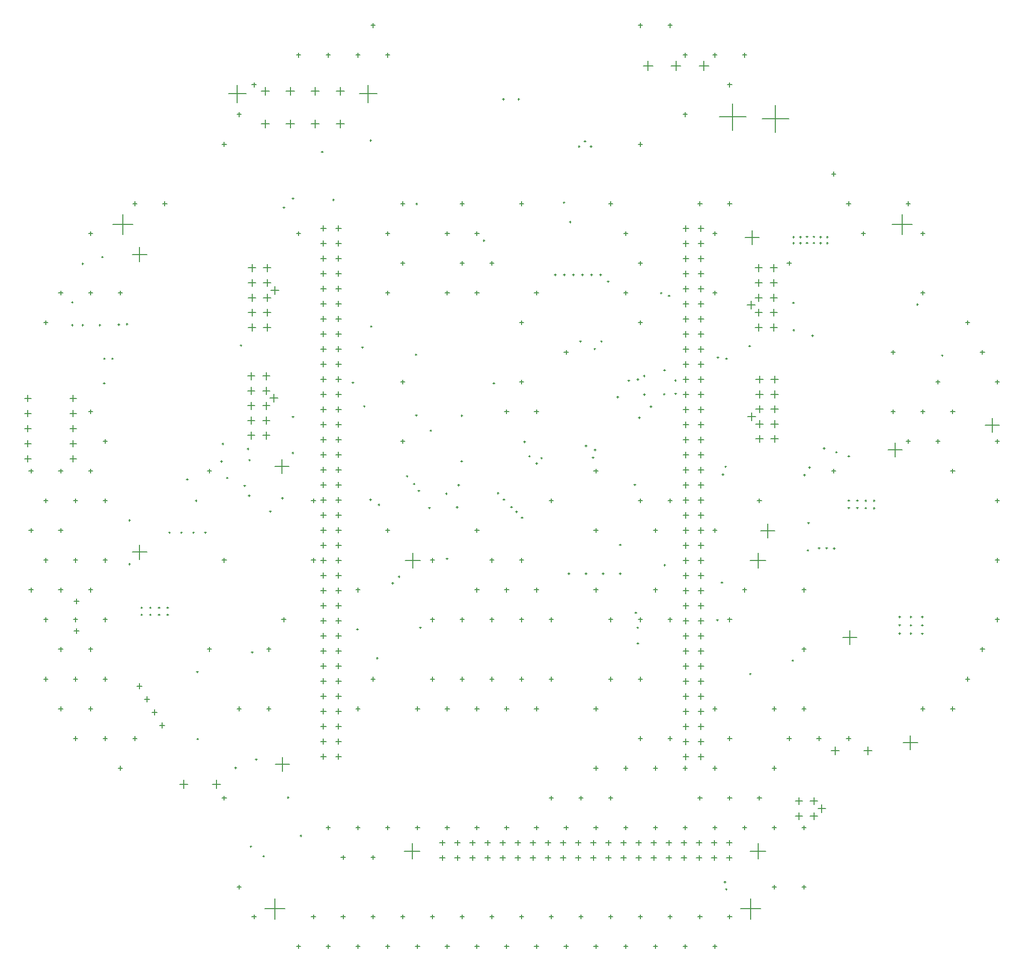
<source format=gbr>
%TF.GenerationSoftware,Altium Limited,Altium Designer,23.6.0 (18)*%
G04 Layer_Color=128*
%FSLAX45Y45*%
%MOMM*%
%TF.SameCoordinates,8B2A78E3-6762-467B-82E4-ABAB87B9FA14*%
%TF.FilePolarity,Positive*%
%TF.FileFunction,Drillmap*%
%TF.Part,Single*%
G01*
G75*
%TA.AperFunction,NonConductor*%
%ADD71C,0.12700*%
D71*
X1801500Y6738000D02*
X2061500D01*
X1931500Y6608000D02*
Y6868000D01*
X7605400Y6738000D02*
X7865400D01*
X7735400Y6608000D02*
Y6868000D01*
X7605400Y1848500D02*
X7865400D01*
X7735400Y1718500D02*
Y1978500D01*
X1788800Y1848500D02*
X2048800D01*
X1918800Y1718500D02*
Y1978500D01*
X7207800Y1734200D02*
X7297800D01*
X7252800Y1689200D02*
Y1779200D01*
X7207800Y1988200D02*
X7297800D01*
X7252800Y1943200D02*
Y2033200D01*
X6953800Y1734200D02*
X7043800D01*
X6998800Y1689200D02*
Y1779200D01*
X6953800Y1988200D02*
X7043800D01*
X6998800Y1943200D02*
Y2033200D01*
X6699800Y1734200D02*
X6789800D01*
X6744800Y1689200D02*
Y1779200D01*
X6699800Y1988200D02*
X6789800D01*
X6744800Y1943200D02*
Y2033200D01*
X6445800Y1734200D02*
X6535800D01*
X6490800Y1689200D02*
Y1779200D01*
X6191800Y1734200D02*
X6281800D01*
X6236800Y1689200D02*
Y1779200D01*
X6191800Y1988200D02*
X6281800D01*
X6236800Y1943200D02*
Y2033200D01*
X5937800Y1734200D02*
X6027800D01*
X5982800Y1689200D02*
Y1779200D01*
X5937800Y1988200D02*
X6027800D01*
X5982800Y1943200D02*
Y2033200D01*
X5683800Y1734200D02*
X5773800D01*
X5728800Y1689200D02*
Y1779200D01*
X5683800Y1988200D02*
X5773800D01*
X5728800Y1943200D02*
Y2033200D01*
X5429800Y1734200D02*
X5519800D01*
X5474800Y1689200D02*
Y1779200D01*
X5429800Y1988200D02*
X5519800D01*
X5474800Y1943200D02*
Y2033200D01*
X5175800Y1734200D02*
X5265800D01*
X5220800Y1689200D02*
Y1779200D01*
X5175800Y1988200D02*
X5265800D01*
X5220800Y1943200D02*
Y2033200D01*
X4921800Y1734200D02*
X5011800D01*
X4966800Y1689200D02*
Y1779200D01*
X4921800Y1988200D02*
X5011800D01*
X4966800Y1943200D02*
Y2033200D01*
X4667800Y1734200D02*
X4757800D01*
X4712800Y1689200D02*
Y1779200D01*
X4667800Y1988200D02*
X4757800D01*
X4712800Y1943200D02*
Y2033200D01*
X4413800Y1734200D02*
X4503800D01*
X4458800Y1689200D02*
Y1779200D01*
X4413800Y1988200D02*
X4503800D01*
X4458800Y1943200D02*
Y2033200D01*
X4159800Y1734200D02*
X4249800D01*
X4204800Y1689200D02*
Y1779200D01*
X4159800Y1988200D02*
X4249800D01*
X4204800Y1943200D02*
Y2033200D01*
X3905800Y1734200D02*
X3995800D01*
X3950800Y1689200D02*
Y1779200D01*
X3905800Y1988200D02*
X3995800D01*
X3950800Y1943200D02*
Y2033200D01*
X3651800Y1734200D02*
X3741800D01*
X3696800Y1689200D02*
Y1779200D01*
X3651800Y1988200D02*
X3741800D01*
X3696800Y1943200D02*
Y2033200D01*
X3397800Y1734200D02*
X3487800D01*
X3442800Y1689200D02*
Y1779200D01*
X3397800Y1988200D02*
X3487800D01*
X3442800Y1943200D02*
Y2033200D01*
X3143800Y1734200D02*
X3233800D01*
X3188800Y1689200D02*
Y1779200D01*
X3143800Y1988200D02*
X3233800D01*
X3188800Y1943200D02*
Y2033200D01*
X2889800Y1734200D02*
X2979800D01*
X2934800Y1689200D02*
Y1779200D01*
X2889800Y1988200D02*
X2979800D01*
X2934800Y1943200D02*
Y2033200D01*
X2635800Y1734200D02*
X2725800D01*
X2680800Y1689200D02*
Y1779200D01*
X2635800Y1988200D02*
X2725800D01*
X2680800Y1943200D02*
Y2033200D01*
X2381800Y1734200D02*
X2471800D01*
X2426800Y1689200D02*
Y1779200D01*
X2381800Y1988200D02*
X2471800D01*
X2426800Y1943200D02*
Y2033200D01*
X6445800Y1988200D02*
X6535800D01*
X6490800Y1943200D02*
Y2033200D01*
X8965000Y3540000D02*
X9105000D01*
X9035000Y3470000D02*
Y3610000D01*
X9515000Y3540000D02*
X9655000D01*
X9585000Y3470000D02*
Y3610000D01*
X-1442500Y2975000D02*
X-1302500D01*
X-1372500Y2905000D02*
Y3045000D01*
X-1992500Y2975000D02*
X-1852500D01*
X-1922500Y2905000D02*
Y3045000D01*
X7805000Y14172501D02*
X8255000D01*
X8030000Y13947501D02*
Y14397501D01*
X7085000Y14203000D02*
X7535000D01*
X7310000Y13978000D02*
Y14428000D01*
X5807500Y15062500D02*
X5967500D01*
X5887500Y14982500D02*
Y15142500D01*
X6277500Y15062500D02*
X6437500D01*
X6357500Y14982500D02*
Y15142500D01*
X6747500Y15062500D02*
X6907500D01*
X6827500Y14982500D02*
Y15142500D01*
X-470000Y9470000D02*
X-335000D01*
X-402500Y9402500D02*
Y9537500D01*
X-849000Y8845000D02*
X-724000D01*
X-786500Y8782500D02*
Y8907500D01*
X-849000Y9095000D02*
X-724000D01*
X-786500Y9032500D02*
Y9157500D01*
X-849000Y9345000D02*
X-724000D01*
X-786500Y9282500D02*
Y9407500D01*
X-849000Y9595000D02*
X-724000D01*
X-786500Y9532500D02*
Y9657500D01*
X-849000Y9845000D02*
X-724000D01*
X-786500Y9782500D02*
Y9907500D01*
X-595000Y8845000D02*
X-470000D01*
X-532500Y8782500D02*
Y8907500D01*
X-595000Y9095000D02*
X-470000D01*
X-532500Y9032500D02*
Y9157500D01*
X-595000Y9345000D02*
X-470000D01*
X-532500Y9282500D02*
Y9407500D01*
X-595000Y9595000D02*
X-470000D01*
X-532500Y9532500D02*
Y9657500D01*
X-595000Y9845000D02*
X-470000D01*
X-532500Y9782500D02*
Y9907500D01*
X-456700Y11287700D02*
X-321700D01*
X-389200Y11220200D02*
Y11355200D01*
X-835700Y10662700D02*
X-710700D01*
X-773200Y10600200D02*
Y10725200D01*
X-835700Y10912700D02*
X-710700D01*
X-773200Y10850200D02*
Y10975200D01*
X-835700Y11162700D02*
X-710700D01*
X-773200Y11100200D02*
Y11225200D01*
X-835700Y11412700D02*
X-710700D01*
X-773200Y11350200D02*
Y11475200D01*
X-835700Y11662700D02*
X-710700D01*
X-773200Y11600200D02*
Y11725200D01*
X-581700Y10662700D02*
X-456700D01*
X-519200Y10600200D02*
Y10725200D01*
X-581700Y10912700D02*
X-456700D01*
X-519200Y10850200D02*
Y10975200D01*
X-581700Y11162700D02*
X-456700D01*
X-519200Y11100200D02*
Y11225200D01*
X-581700Y11412700D02*
X-456700D01*
X-519200Y11350200D02*
Y11475200D01*
X-581700Y11662700D02*
X-456700D01*
X-519200Y11600200D02*
Y11725200D01*
X7563700Y9162100D02*
X7698700D01*
X7631200Y9094600D02*
Y9229600D01*
X7952700Y9787100D02*
X8077700D01*
X8015200Y9724600D02*
Y9849600D01*
X7952700Y9537100D02*
X8077700D01*
X8015200Y9474600D02*
Y9599600D01*
X7952700Y9287100D02*
X8077700D01*
X8015200Y9224600D02*
Y9349600D01*
X7952700Y9037100D02*
X8077700D01*
X8015200Y8974600D02*
Y9099600D01*
X7952700Y8787100D02*
X8077700D01*
X8015200Y8724600D02*
Y8849600D01*
X7698700Y9787100D02*
X7823700D01*
X7761200Y9724600D02*
Y9849600D01*
X7698700Y9537100D02*
X7823700D01*
X7761200Y9474600D02*
Y9599600D01*
X7698700Y9287100D02*
X7823700D01*
X7761200Y9224600D02*
Y9349600D01*
X7698700Y9037100D02*
X7823700D01*
X7761200Y8974600D02*
Y9099600D01*
X7698700Y8787100D02*
X7823700D01*
X7761200Y8724600D02*
Y8849600D01*
X7686000Y10662700D02*
X7811000D01*
X7748500Y10600200D02*
Y10725200D01*
X7686000Y10912700D02*
X7811000D01*
X7748500Y10850200D02*
Y10975200D01*
X7686000Y11162700D02*
X7811000D01*
X7748500Y11100200D02*
Y11225200D01*
X7686000Y11412700D02*
X7811000D01*
X7748500Y11350200D02*
Y11475200D01*
X7686000Y11662700D02*
X7811000D01*
X7748500Y11600200D02*
Y11725200D01*
X7940000Y10662700D02*
X8065000D01*
X8002500Y10600200D02*
Y10725200D01*
X7940000Y10912700D02*
X8065000D01*
X8002500Y10850200D02*
Y10975200D01*
X7940000Y11162700D02*
X8065000D01*
X8002500Y11100200D02*
Y11225200D01*
X7940000Y11412700D02*
X8065000D01*
X8002500Y11350200D02*
Y11475200D01*
X7940000Y11662700D02*
X8065000D01*
X8002500Y11600200D02*
Y11725200D01*
X7551000Y11037700D02*
X7686000D01*
X7618500Y10970200D02*
Y11105200D01*
X-1170000Y14594000D02*
X-870000D01*
X-1020000Y14444000D02*
Y14744000D01*
X-200000Y14089999D02*
X-60000D01*
X-130000Y14020000D02*
Y14160001D01*
X640000Y14089999D02*
X780000D01*
X710000Y14020000D02*
Y14160001D01*
X220000Y14089999D02*
X360000D01*
X290000Y14020000D02*
Y14160001D01*
X-620000Y14089999D02*
X-480000D01*
X-550000Y14020000D02*
Y14160001D01*
X-620000Y14639999D02*
X-480000D01*
X-550000Y14570000D02*
Y14710001D01*
X-200000Y14639999D02*
X-60000D01*
X-130000Y14570000D02*
Y14710001D01*
X640000Y14639999D02*
X780000D01*
X710000Y14570000D02*
Y14710001D01*
X220000Y14639999D02*
X360000D01*
X290000Y14570000D02*
Y14710001D01*
X1030000Y14594000D02*
X1330000D01*
X1180000Y14444000D02*
Y14744000D01*
X8365000Y2440000D02*
X8485000D01*
X8425000Y2380000D02*
Y2500000D01*
X8615000Y2440000D02*
X8735000D01*
X8675000Y2380000D02*
Y2500000D01*
X8365000Y2690000D02*
X8485000D01*
X8425000Y2630000D02*
Y2750000D01*
X8615000Y2690000D02*
X8735000D01*
X8675000Y2630000D02*
Y2750000D01*
X8744000Y2565000D02*
X8874000D01*
X8809000Y2500000D02*
Y2630000D01*
X6727612Y3439272D02*
X6827612D01*
X6777612Y3389272D02*
Y3489271D01*
X6473612Y3439272D02*
X6573612D01*
X6523612Y3389272D02*
Y3489271D01*
X6727612Y3693272D02*
X6827612D01*
X6777612Y3643272D02*
Y3743271D01*
X6473612Y3693272D02*
X6573612D01*
X6523612Y3643272D02*
Y3743271D01*
X6727612Y3947272D02*
X6827612D01*
X6777612Y3897272D02*
Y3997271D01*
X6473612Y3947272D02*
X6573612D01*
X6523612Y3897272D02*
Y3997271D01*
X6727612Y4201272D02*
X6827612D01*
X6777612Y4151272D02*
Y4251271D01*
X6473612Y4201272D02*
X6573612D01*
X6523612Y4151272D02*
Y4251271D01*
X6727612Y4455272D02*
X6827612D01*
X6777612Y4405272D02*
Y4505271D01*
X6473612Y4455272D02*
X6573612D01*
X6523612Y4405272D02*
Y4505271D01*
X6727612Y4709272D02*
X6827612D01*
X6777612Y4659272D02*
Y4759271D01*
X6473612Y4709272D02*
X6573612D01*
X6523612Y4659272D02*
Y4759271D01*
X6727612Y4963272D02*
X6827612D01*
X6777612Y4913272D02*
Y5013271D01*
X6473612Y4963272D02*
X6573612D01*
X6523612Y4913272D02*
Y5013271D01*
X6727612Y5217272D02*
X6827612D01*
X6777612Y5167272D02*
Y5267271D01*
X6473612Y5217272D02*
X6573612D01*
X6523612Y5167272D02*
Y5267271D01*
X6727612Y5471272D02*
X6827612D01*
X6777612Y5421272D02*
Y5521271D01*
X6473612Y5471272D02*
X6573612D01*
X6523612Y5421272D02*
Y5521271D01*
X6727612Y5725272D02*
X6827612D01*
X6777612Y5675272D02*
Y5775271D01*
X6473612Y5725272D02*
X6573612D01*
X6523612Y5675272D02*
Y5775271D01*
X6727612Y5979272D02*
X6827612D01*
X6777612Y5929272D02*
Y6029271D01*
X6473612Y5979272D02*
X6573612D01*
X6523612Y5929272D02*
Y6029271D01*
X6727612Y6233272D02*
X6827612D01*
X6777612Y6183272D02*
Y6283271D01*
X6473612Y6233272D02*
X6573612D01*
X6523612Y6183272D02*
Y6283271D01*
X6727612Y6487272D02*
X6827612D01*
X6777612Y6437272D02*
Y6537271D01*
X6473612Y6487272D02*
X6573612D01*
X6523612Y6437272D02*
Y6537271D01*
X6727612Y6741272D02*
X6827612D01*
X6777612Y6691272D02*
Y6791271D01*
X6473612Y6741272D02*
X6573612D01*
X6523612Y6691272D02*
Y6791271D01*
X6727612Y6995272D02*
X6827612D01*
X6777612Y6945272D02*
Y7045271D01*
X6473612Y6995272D02*
X6573612D01*
X6523612Y6945272D02*
Y7045271D01*
X6727612Y7249272D02*
X6827612D01*
X6777612Y7199272D02*
Y7299271D01*
X6473612Y7249272D02*
X6573612D01*
X6523612Y7199272D02*
Y7299271D01*
X6727612Y7503272D02*
X6827612D01*
X6777612Y7453272D02*
Y7553271D01*
X6473612Y7503272D02*
X6573612D01*
X6523612Y7453272D02*
Y7553271D01*
X6727612Y7757272D02*
X6827612D01*
X6777612Y7707272D02*
Y7807271D01*
X6473612Y7757272D02*
X6573612D01*
X6523612Y7707272D02*
Y7807271D01*
X6727612Y8011272D02*
X6827612D01*
X6777612Y7961272D02*
Y8061271D01*
X6473612Y8011272D02*
X6573612D01*
X6523612Y7961272D02*
Y8061271D01*
X6727612Y8265272D02*
X6827612D01*
X6777612Y8215272D02*
Y8315271D01*
X6473612Y8265272D02*
X6573612D01*
X6523612Y8215272D02*
Y8315271D01*
X6727612Y8519272D02*
X6827612D01*
X6777612Y8469272D02*
Y8569271D01*
X6473612Y8519272D02*
X6573612D01*
X6523612Y8469272D02*
Y8569271D01*
X6727612Y8773272D02*
X6827612D01*
X6777612Y8723272D02*
Y8823271D01*
X6473612Y8773272D02*
X6573612D01*
X6523612Y8723272D02*
Y8823271D01*
X6727612Y9027272D02*
X6827612D01*
X6777612Y8977272D02*
Y9077271D01*
X6473612Y9027272D02*
X6573612D01*
X6523612Y8977272D02*
Y9077271D01*
X6727612Y9281272D02*
X6827612D01*
X6777612Y9231272D02*
Y9331271D01*
X6473612Y9281272D02*
X6573612D01*
X6523612Y9231272D02*
Y9331271D01*
X6727612Y9535272D02*
X6827612D01*
X6777612Y9485272D02*
Y9585271D01*
X6473612Y9535272D02*
X6573612D01*
X6523612Y9485272D02*
Y9585271D01*
X6727612Y9789272D02*
X6827612D01*
X6777612Y9739272D02*
Y9839271D01*
X6473612Y9789272D02*
X6573612D01*
X6523612Y9739272D02*
Y9839271D01*
X6727612Y10043272D02*
X6827612D01*
X6777612Y9993272D02*
Y10093271D01*
X6473612Y10043272D02*
X6573612D01*
X6523612Y9993272D02*
Y10093271D01*
X6727612Y10297272D02*
X6827612D01*
X6777612Y10247272D02*
Y10347271D01*
X6473612Y10297272D02*
X6573612D01*
X6523612Y10247272D02*
Y10347271D01*
X6727612Y10551272D02*
X6827612D01*
X6777612Y10501272D02*
Y10601271D01*
X6473612Y10551272D02*
X6573612D01*
X6523612Y10501272D02*
Y10601271D01*
X6727612Y10805272D02*
X6827612D01*
X6777612Y10755272D02*
Y10855271D01*
X6473612Y10805272D02*
X6573612D01*
X6523612Y10755272D02*
Y10855271D01*
X6727612Y11059272D02*
X6827612D01*
X6777612Y11009272D02*
Y11109271D01*
X6473612Y11059272D02*
X6573612D01*
X6523612Y11009272D02*
Y11109271D01*
X6727612Y11313272D02*
X6827612D01*
X6777612Y11263272D02*
Y11363271D01*
X6473612Y11313272D02*
X6573612D01*
X6523612Y11263272D02*
Y11363271D01*
X6727612Y11567272D02*
X6827612D01*
X6777612Y11517272D02*
Y11617271D01*
X6473612Y11567272D02*
X6573612D01*
X6523612Y11517272D02*
Y11617271D01*
X6727612Y11821272D02*
X6827612D01*
X6777612Y11771272D02*
Y11871271D01*
X6473612Y11821272D02*
X6573612D01*
X6523612Y11771272D02*
Y11871271D01*
X6727612Y12075272D02*
X6827612D01*
X6777612Y12025272D02*
Y12125271D01*
X6473612Y12075272D02*
X6573612D01*
X6523612Y12025272D02*
Y12125271D01*
X631612Y3441273D02*
X731612D01*
X681612Y3391273D02*
Y3491273D01*
X377612Y3441273D02*
X477612D01*
X427612Y3391273D02*
Y3491273D01*
X6727612Y12329272D02*
X6827612D01*
X6777612Y12279272D02*
Y12379271D01*
X6473612Y12329272D02*
X6573612D01*
X6523612Y12279272D02*
Y12379271D01*
X631612Y3695273D02*
X731612D01*
X681612Y3645273D02*
Y3745273D01*
X377612Y3695273D02*
X477612D01*
X427612Y3645273D02*
Y3745273D01*
X631612Y3949273D02*
X731612D01*
X681612Y3899273D02*
Y3999273D01*
X377612Y3949273D02*
X477612D01*
X427612Y3899273D02*
Y3999273D01*
X631612Y4203273D02*
X731612D01*
X681612Y4153273D02*
Y4253273D01*
X377612Y4203273D02*
X477612D01*
X427612Y4153273D02*
Y4253273D01*
X631612Y4457273D02*
X731612D01*
X681612Y4407273D02*
Y4507273D01*
X377612Y4457273D02*
X477612D01*
X427612Y4407273D02*
Y4507273D01*
X631612Y4711273D02*
X731612D01*
X681612Y4661273D02*
Y4761273D01*
X377612Y4711273D02*
X477612D01*
X427612Y4661273D02*
Y4761273D01*
X631612Y4965273D02*
X731612D01*
X681612Y4915273D02*
Y5015273D01*
X377612Y4965273D02*
X477612D01*
X427612Y4915273D02*
Y5015273D01*
X631612Y5219273D02*
X731612D01*
X681612Y5169273D02*
Y5269273D01*
X377612Y5219273D02*
X477612D01*
X427612Y5169273D02*
Y5269273D01*
X631612Y5473273D02*
X731612D01*
X681612Y5423273D02*
Y5523273D01*
X377612Y5473273D02*
X477612D01*
X427612Y5423273D02*
Y5523273D01*
X631612Y5727273D02*
X731612D01*
X681612Y5677273D02*
Y5777273D01*
X377612Y5727273D02*
X477612D01*
X427612Y5677273D02*
Y5777273D01*
X631612Y5981273D02*
X731612D01*
X681612Y5931273D02*
Y6031273D01*
X377612Y5981273D02*
X477612D01*
X427612Y5931273D02*
Y6031273D01*
X631612Y6235273D02*
X731612D01*
X681612Y6185273D02*
Y6285273D01*
X377612Y6235273D02*
X477612D01*
X427612Y6185273D02*
Y6285273D01*
X631612Y6489273D02*
X731612D01*
X681612Y6439273D02*
Y6539273D01*
X377612Y6489273D02*
X477612D01*
X427612Y6439273D02*
Y6539273D01*
X631612Y6743273D02*
X731612D01*
X681612Y6693273D02*
Y6793273D01*
X377612Y6743273D02*
X477612D01*
X427612Y6693273D02*
Y6793273D01*
X631612Y6997273D02*
X731612D01*
X681612Y6947273D02*
Y7047273D01*
X377612Y6997273D02*
X477612D01*
X427612Y6947273D02*
Y7047273D01*
X631612Y7251273D02*
X731612D01*
X681612Y7201273D02*
Y7301273D01*
X377612Y7251273D02*
X477612D01*
X427612Y7201273D02*
Y7301273D01*
X631612Y7505273D02*
X731612D01*
X681612Y7455273D02*
Y7555273D01*
X377612Y7505273D02*
X477612D01*
X427612Y7455273D02*
Y7555273D01*
X631612Y7759273D02*
X731612D01*
X681612Y7709273D02*
Y7809273D01*
X377612Y7759273D02*
X477612D01*
X427612Y7709273D02*
Y7809273D01*
X631612Y8013273D02*
X731612D01*
X681612Y7963273D02*
Y8063273D01*
X377612Y8013273D02*
X477612D01*
X427612Y7963273D02*
Y8063273D01*
X631612Y8267273D02*
X731612D01*
X681612Y8217273D02*
Y8317273D01*
X377612Y8267273D02*
X477612D01*
X427612Y8217273D02*
Y8317273D01*
X631612Y8521273D02*
X731612D01*
X681612Y8471273D02*
Y8571273D01*
X377612Y8521273D02*
X477612D01*
X427612Y8471273D02*
Y8571273D01*
X631612Y8775273D02*
X731612D01*
X681612Y8725273D02*
Y8825273D01*
X377612Y8775273D02*
X477612D01*
X427612Y8725273D02*
Y8825273D01*
X631612Y9029273D02*
X731612D01*
X681612Y8979273D02*
Y9079273D01*
X377612Y9029273D02*
X477612D01*
X427612Y8979273D02*
Y9079273D01*
X631612Y9283273D02*
X731612D01*
X681612Y9233273D02*
Y9333273D01*
X377612Y9283273D02*
X477612D01*
X427612Y9233273D02*
Y9333273D01*
X631612Y9537273D02*
X731612D01*
X681612Y9487273D02*
Y9587273D01*
X377612Y9537273D02*
X477612D01*
X427612Y9487273D02*
Y9587273D01*
X631612Y9791273D02*
X731612D01*
X681612Y9741273D02*
Y9841273D01*
X377612Y9791273D02*
X477612D01*
X427612Y9741273D02*
Y9841273D01*
X631612Y10045273D02*
X731612D01*
X681612Y9995273D02*
Y10095273D01*
X377612Y10045273D02*
X477612D01*
X427612Y9995273D02*
Y10095273D01*
X631612Y10299273D02*
X731612D01*
X681612Y10249273D02*
Y10349273D01*
X377612Y10299273D02*
X477612D01*
X427612Y10249273D02*
Y10349273D01*
X631612Y10553273D02*
X731612D01*
X681612Y10503273D02*
Y10603273D01*
X377612Y10553273D02*
X477612D01*
X427612Y10503273D02*
Y10603273D01*
X631612Y10807273D02*
X731612D01*
X681612Y10757273D02*
Y10857273D01*
X377612Y10807273D02*
X477612D01*
X427612Y10757273D02*
Y10857273D01*
X631612Y11061273D02*
X731612D01*
X681612Y11011273D02*
Y11111273D01*
X377612Y11061273D02*
X477612D01*
X427612Y11011273D02*
Y11111273D01*
X631612Y11315273D02*
X731612D01*
X681612Y11265273D02*
Y11365273D01*
X377612Y11315273D02*
X477612D01*
X427612Y11265273D02*
Y11365273D01*
X631612Y11569273D02*
X731612D01*
X681612Y11519273D02*
Y11619273D01*
X377612Y11569273D02*
X477612D01*
X427612Y11519273D02*
Y11619273D01*
X631612Y11823273D02*
X731612D01*
X681612Y11773273D02*
Y11873273D01*
X377612Y11823273D02*
X477612D01*
X427612Y11773273D02*
Y11873273D01*
X631612Y12077273D02*
X731612D01*
X681612Y12027273D02*
Y12127273D01*
X377612Y12077273D02*
X477612D01*
X427612Y12027273D02*
Y12127273D01*
X631612Y12331273D02*
X731612D01*
X681612Y12281273D02*
Y12381273D01*
X377612Y12331273D02*
X477612D01*
X427612Y12281273D02*
Y12381273D01*
X-3767500Y5555000D02*
X-3682500D01*
X-3725000Y5512500D02*
Y5597500D01*
X-3767500Y6055000D02*
X-3682500D01*
X-3725000Y6012500D02*
Y6097500D01*
X-3833000Y9469500D02*
X-3728000D01*
X-3780500Y9417000D02*
Y9522000D01*
X-3833000Y9215500D02*
X-3728000D01*
X-3780500Y9163000D02*
Y9268000D01*
X-3833000Y8961500D02*
X-3728000D01*
X-3780500Y8909000D02*
Y9014000D01*
X-3833000Y8707500D02*
X-3728000D01*
X-3780500Y8655000D02*
Y8760000D01*
X-3833000Y8453500D02*
X-3728000D01*
X-3780500Y8401000D02*
Y8506000D01*
X-4595000Y8453500D02*
X-4490000D01*
X-4542500Y8401000D02*
Y8506000D01*
X-4595000Y8707500D02*
X-4490000D01*
X-4542500Y8655000D02*
Y8760000D01*
X-4595000Y8961500D02*
X-4490000D01*
X-4542500Y8909000D02*
Y9014000D01*
X-4595000Y9215500D02*
X-4490000D01*
X-4542500Y9163000D02*
Y9268000D01*
X-4595000Y9469500D02*
X-4490000D01*
X-4542500Y9417000D02*
Y9522000D01*
X-2329900Y3965330D02*
X-2239900D01*
X-2284900Y3920330D02*
Y4010330D01*
X-2456900Y4185300D02*
X-2366900D01*
X-2411900Y4140300D02*
Y4230300D01*
X-2583900Y4405271D02*
X-2493900D01*
X-2538900Y4360271D02*
Y4450270D01*
X-2710900Y4625241D02*
X-2620900D01*
X-2665900Y4580241D02*
Y4670241D01*
X11557500Y9017503D02*
X11797500D01*
X11677500Y8897503D02*
Y9137503D01*
X9157500Y5444998D02*
X9397500D01*
X9277500Y5324998D02*
Y5564998D01*
X-2782501Y11889999D02*
X-2542501D01*
X-2662501Y11769999D02*
Y12009999D01*
X-387500Y8319998D02*
X-147500D01*
X-267500Y8199998D02*
Y8439998D01*
X-380002Y3310001D02*
X-140002D01*
X-260002Y3190001D02*
Y3430001D01*
X-2782501Y6880001D02*
X-2542501D01*
X-2662501Y6760001D02*
Y7000001D01*
X7777498Y7240001D02*
X8017498D01*
X7897498Y7120000D02*
Y7360001D01*
X10180003Y3672499D02*
X10420003D01*
X10300003Y3552499D02*
Y3792499D01*
X9919998Y8602502D02*
X10159998D01*
X10039998Y8482502D02*
Y8722502D01*
X7514999Y12172498D02*
X7754999D01*
X7634999Y12052498D02*
Y12292498D01*
X9993213Y12393412D02*
X10333213D01*
X10163213Y12223412D02*
Y12563411D01*
X7440000Y876594D02*
X7780000D01*
X7610000Y706594D02*
Y1046594D01*
X-3113217Y12393412D02*
X-2773217D01*
X-2943217Y12223412D02*
Y12563411D01*
X-559999Y876594D02*
X-219999D01*
X-389999Y706594D02*
Y1046594D01*
X11474441Y10245000D02*
X11545561D01*
X11510001Y10209440D02*
Y10280560D01*
X11724441Y9745000D02*
X11795561D01*
X11760001Y9709440D02*
Y9780560D01*
X11724441Y8745000D02*
X11795561D01*
X11760001Y8709440D02*
Y8780560D01*
X11724441Y7745000D02*
X11795561D01*
X11760001Y7709440D02*
Y7780560D01*
X11724441Y6745000D02*
X11795561D01*
X11760001Y6709440D02*
Y6780560D01*
X11724441Y5745000D02*
X11795561D01*
X11760001Y5709440D02*
Y5780560D01*
X11474441Y5245000D02*
X11545561D01*
X11510001Y5209440D02*
Y5280560D01*
X11224441Y10745000D02*
X11295561D01*
X11260001Y10709440D02*
Y10780560D01*
X10974441Y9245000D02*
X11045561D01*
X11010001Y9209440D02*
Y9280560D01*
X10974441Y8245000D02*
X11045561D01*
X11010001Y8209440D02*
Y8280560D01*
X11224441Y4745000D02*
X11295561D01*
X11260001Y4709440D02*
Y4780560D01*
X10974441Y4245000D02*
X11045561D01*
X11010001Y4209440D02*
Y4280560D01*
X10474441Y12245000D02*
X10545561D01*
X10510001Y12209440D02*
Y12280560D01*
X10474441Y11245000D02*
X10545561D01*
X10510001Y11209440D02*
Y11280560D01*
X10724441Y9745000D02*
X10795561D01*
X10760001Y9709440D02*
Y9780560D01*
X10474441Y9245000D02*
X10545561D01*
X10510001Y9209440D02*
Y9280560D01*
X10724441Y8745000D02*
X10795561D01*
X10760001Y8709440D02*
Y8780560D01*
X10474441Y4245000D02*
X10545561D01*
X10510001Y4209440D02*
Y4280560D01*
X10224441Y12745000D02*
X10295561D01*
X10260001Y12709440D02*
Y12780560D01*
X9974441Y10245000D02*
X10045561D01*
X10010001Y10209440D02*
Y10280560D01*
X9974441Y9245000D02*
X10045561D01*
X10010001Y9209440D02*
Y9280560D01*
X10224441Y8745000D02*
X10295561D01*
X10260001Y8709440D02*
Y8780560D01*
X9474441Y12245000D02*
X9545561D01*
X9510001Y12209440D02*
Y12280560D01*
X8974441Y13245000D02*
X9045561D01*
X9010001Y13209441D02*
Y13280560D01*
X9224441Y12745000D02*
X9295561D01*
X9260001Y12709440D02*
Y12780560D01*
X8974441Y8245000D02*
X9045561D01*
X9010001Y8209440D02*
Y8280560D01*
X9224441Y3745000D02*
X9295561D01*
X9260001Y3709440D02*
Y3780560D01*
X8474441Y6245000D02*
X8545561D01*
X8510001Y6209440D02*
Y6280560D01*
X8474441Y5245000D02*
X8545561D01*
X8510001Y5209440D02*
Y5280560D01*
X8474441Y4245000D02*
X8545561D01*
X8510001Y4209440D02*
Y4280560D01*
X8724441Y3745000D02*
X8795561D01*
X8760001Y3709440D02*
Y3780560D01*
X8474441Y2245000D02*
X8545561D01*
X8510001Y2209440D02*
Y2280560D01*
X8474441Y1245000D02*
X8545561D01*
X8510001Y1209440D02*
Y1280560D01*
X8224440Y11745000D02*
X8295560D01*
X8260000Y11709440D02*
Y11780560D01*
X7974440Y4245000D02*
X8045560D01*
X8010000Y4209440D02*
Y4280560D01*
X8224440Y3745000D02*
X8295560D01*
X8260000Y3709440D02*
Y3780560D01*
X7974440Y3245000D02*
X8045560D01*
X8010000Y3209440D02*
Y3280560D01*
X7974440Y2245000D02*
X8045560D01*
X8010000Y2209440D02*
Y2280560D01*
X7974440Y1245000D02*
X8045560D01*
X8010000Y1209440D02*
Y1280560D01*
X7474440Y15245000D02*
X7545560D01*
X7510000Y15209441D02*
Y15280560D01*
X7724440Y7745000D02*
X7795560D01*
X7760000Y7709440D02*
Y7780560D01*
X7474440Y6245000D02*
X7545560D01*
X7510000Y6209440D02*
Y6280560D01*
X7724440Y2745000D02*
X7795560D01*
X7760000Y2709440D02*
Y2780560D01*
X7474440Y2245000D02*
X7545560D01*
X7510000Y2209440D02*
Y2280560D01*
X6974440Y15245000D02*
X7045560D01*
X7010000Y15209441D02*
Y15280560D01*
X7224440Y14745000D02*
X7295560D01*
X7260000Y14709441D02*
Y14780560D01*
X7224440Y12745000D02*
X7295560D01*
X7260000Y12709440D02*
Y12780560D01*
X6974440Y12245000D02*
X7045560D01*
X7010000Y12209440D02*
Y12280560D01*
X6974440Y11245000D02*
X7045560D01*
X7010000Y11209440D02*
Y11280560D01*
X6974440Y7245000D02*
X7045560D01*
X7010000Y7209440D02*
Y7280560D01*
X7224440Y5745000D02*
X7295560D01*
X7260000Y5709440D02*
Y5780560D01*
X6974440Y4245000D02*
X7045560D01*
X7010000Y4209440D02*
Y4280560D01*
X7224440Y3745000D02*
X7295560D01*
X7260000Y3709440D02*
Y3780560D01*
X6974440Y3245000D02*
X7045560D01*
X7010000Y3209440D02*
Y3280560D01*
X7224440Y2745000D02*
X7295560D01*
X7260000Y2709440D02*
Y2780560D01*
X6974440Y2245000D02*
X7045560D01*
X7010000Y2209440D02*
Y2280560D01*
X7224440Y745000D02*
X7295560D01*
X7260000Y709440D02*
Y780560D01*
X6974440Y245000D02*
X7045560D01*
X7010000Y209440D02*
Y280560D01*
X6474440Y15245000D02*
X6545560D01*
X6510000Y15209441D02*
Y15280560D01*
X6474440Y14245000D02*
X6545560D01*
X6510000Y14209441D02*
Y14280560D01*
X6724440Y12745000D02*
X6795560D01*
X6760000Y12709440D02*
Y12780560D01*
X6474440Y3245000D02*
X6545560D01*
X6510000Y3209440D02*
Y3280560D01*
X6724440Y2745000D02*
X6795560D01*
X6760000Y2709440D02*
Y2780560D01*
X6474440Y2245000D02*
X6545560D01*
X6510000Y2209440D02*
Y2280560D01*
X6724440Y745000D02*
X6795560D01*
X6760000Y709440D02*
Y780560D01*
X6474440Y245000D02*
X6545560D01*
X6510000Y209440D02*
Y280560D01*
X6224440Y15745001D02*
X6295560D01*
X6260000Y15709441D02*
Y15780560D01*
X6224440Y7745000D02*
X6295560D01*
X6260000Y7709440D02*
Y7780560D01*
X5974440Y7245000D02*
X6045560D01*
X6010000Y7209440D02*
Y7280560D01*
X5974440Y6245000D02*
X6045560D01*
X6010000Y6209440D02*
Y6280560D01*
X6224440Y5745000D02*
X6295560D01*
X6260000Y5709440D02*
Y5780560D01*
X6224440Y3745000D02*
X6295560D01*
X6260000Y3709440D02*
Y3780560D01*
X5974440Y3245000D02*
X6045560D01*
X6010000Y3209440D02*
Y3280560D01*
X5974440Y2245000D02*
X6045560D01*
X6010000Y2209440D02*
Y2280560D01*
X6224440Y745000D02*
X6295560D01*
X6260000Y709440D02*
Y780560D01*
X5974440Y245000D02*
X6045560D01*
X6010000Y209440D02*
Y280560D01*
X5724440Y15745001D02*
X5795560D01*
X5760000Y15709441D02*
Y15780560D01*
X5724440Y13745000D02*
X5795560D01*
X5760000Y13709441D02*
Y13780560D01*
X5474440Y12245000D02*
X5545560D01*
X5510000Y12209440D02*
Y12280560D01*
X5724440Y11745000D02*
X5795560D01*
X5760000Y11709440D02*
Y11780560D01*
X5474440Y11245000D02*
X5545560D01*
X5510000Y11209440D02*
Y11280560D01*
X5724440Y10745000D02*
X5795560D01*
X5760000Y10709440D02*
Y10780560D01*
X5724440Y7745000D02*
X5795560D01*
X5760000Y7709440D02*
Y7780560D01*
X5724440Y5745000D02*
X5795560D01*
X5760000Y5709440D02*
Y5780560D01*
X5724440Y4745000D02*
X5795560D01*
X5760000Y4709440D02*
Y4780560D01*
X5724440Y3745000D02*
X5795560D01*
X5760000Y3709440D02*
Y3780560D01*
X5474440Y3245000D02*
X5545560D01*
X5510000Y3209440D02*
Y3280560D01*
X5474440Y2245000D02*
X5545560D01*
X5510000Y2209440D02*
Y2280560D01*
X5724440Y745000D02*
X5795560D01*
X5760000Y709440D02*
Y780560D01*
X5474440Y245000D02*
X5545560D01*
X5510000Y209440D02*
Y280560D01*
X5224440Y12745000D02*
X5295560D01*
X5260000Y12709440D02*
Y12780560D01*
X4974440Y8245000D02*
X5045560D01*
X5010000Y8209440D02*
Y8280560D01*
X4974440Y7245000D02*
X5045560D01*
X5010000Y7209440D02*
Y7280560D01*
X4974440Y6245000D02*
X5045560D01*
X5010000Y6209440D02*
Y6280560D01*
X5224440Y5745000D02*
X5295560D01*
X5260000Y5709440D02*
Y5780560D01*
X5224440Y4745000D02*
X5295560D01*
X5260000Y4709440D02*
Y4780560D01*
X4974440Y4245000D02*
X5045560D01*
X5010000Y4209440D02*
Y4280560D01*
X4974440Y3245000D02*
X5045560D01*
X5010000Y3209440D02*
Y3280560D01*
X5224440Y2745000D02*
X5295560D01*
X5260000Y2709440D02*
Y2780560D01*
X4974440Y2245000D02*
X5045560D01*
X5010000Y2209440D02*
Y2280560D01*
X5224440Y745000D02*
X5295560D01*
X5260000Y709440D02*
Y780560D01*
X4974440Y245000D02*
X5045560D01*
X5010000Y209440D02*
Y280560D01*
X4474440Y10245000D02*
X4545560D01*
X4510000Y10209440D02*
Y10280560D01*
X4724440Y2745000D02*
X4795560D01*
X4760000Y2709440D02*
Y2780560D01*
X4474440Y2245000D02*
X4545560D01*
X4510000Y2209440D02*
Y2280560D01*
X4724440Y745000D02*
X4795560D01*
X4760000Y709440D02*
Y780560D01*
X4474440Y245000D02*
X4545560D01*
X4510000Y209440D02*
Y280560D01*
X3974440Y11245000D02*
X4045560D01*
X4010000Y11209440D02*
Y11280560D01*
X3974440Y9245000D02*
X4045560D01*
X4010000Y9209440D02*
Y9280560D01*
X4224440Y7745000D02*
X4295560D01*
X4260000Y7709440D02*
Y7780560D01*
X3974440Y6245000D02*
X4045560D01*
X4010000Y6209440D02*
Y6280560D01*
X4224440Y5745000D02*
X4295560D01*
X4260000Y5709440D02*
Y5780560D01*
X4224440Y4745000D02*
X4295560D01*
X4260000Y4709440D02*
Y4780560D01*
X3974440Y4245000D02*
X4045560D01*
X4010000Y4209440D02*
Y4280560D01*
X4224440Y2745000D02*
X4295560D01*
X4260000Y2709440D02*
Y2780560D01*
X3974440Y2245000D02*
X4045560D01*
X4010000Y2209440D02*
Y2280560D01*
X4224440Y745000D02*
X4295560D01*
X4260000Y709440D02*
Y780560D01*
X3974440Y245000D02*
X4045560D01*
X4010000Y209440D02*
Y280560D01*
X3724440Y12745000D02*
X3795560D01*
X3760000Y12709440D02*
Y12780560D01*
X3724440Y10745000D02*
X3795560D01*
X3760000Y10709440D02*
Y10780560D01*
X3724440Y9745000D02*
X3795560D01*
X3760000Y9709440D02*
Y9780560D01*
X3474440Y9245000D02*
X3545560D01*
X3510000Y9209440D02*
Y9280560D01*
X3724440Y6745000D02*
X3795560D01*
X3760000Y6709440D02*
Y6780560D01*
X3474440Y6245000D02*
X3545560D01*
X3510000Y6209440D02*
Y6280560D01*
X3724440Y5745000D02*
X3795560D01*
X3760000Y5709440D02*
Y5780560D01*
X3724440Y4745000D02*
X3795560D01*
X3760000Y4709440D02*
Y4780560D01*
X3474440Y4245000D02*
X3545560D01*
X3510000Y4209440D02*
Y4280560D01*
X3474440Y2245000D02*
X3545560D01*
X3510000Y2209440D02*
Y2280560D01*
X3724440Y745000D02*
X3795560D01*
X3760000Y709440D02*
Y780560D01*
X3474440Y245000D02*
X3545560D01*
X3510000Y209440D02*
Y280560D01*
X2974440Y12245000D02*
X3045560D01*
X3010000Y12209440D02*
Y12280560D01*
X3224440Y11745000D02*
X3295560D01*
X3260000Y11709440D02*
Y11780560D01*
X2974440Y11245000D02*
X3045560D01*
X3010000Y11209440D02*
Y11280560D01*
X2974440Y7245000D02*
X3045560D01*
X3010000Y7209440D02*
Y7280560D01*
X3224440Y6745000D02*
X3295560D01*
X3260000Y6709440D02*
Y6780560D01*
X2974440Y6245000D02*
X3045560D01*
X3010000Y6209440D02*
Y6280560D01*
X3224440Y5745000D02*
X3295560D01*
X3260000Y5709440D02*
Y5780560D01*
X3224440Y4745000D02*
X3295560D01*
X3260000Y4709440D02*
Y4780560D01*
X2974440Y4245000D02*
X3045560D01*
X3010000Y4209440D02*
Y4280560D01*
X2974440Y2245000D02*
X3045560D01*
X3010000Y2209440D02*
Y2280560D01*
X3224440Y745000D02*
X3295560D01*
X3260000Y709440D02*
Y780560D01*
X2974440Y245000D02*
X3045560D01*
X3010000Y209440D02*
Y280560D01*
X2724440Y12745000D02*
X2795560D01*
X2760000Y12709440D02*
Y12780560D01*
X2474440Y12245000D02*
X2545560D01*
X2510000Y12209440D02*
Y12280560D01*
X2724440Y11745000D02*
X2795560D01*
X2760000Y11709440D02*
Y11780560D01*
X2474440Y11245000D02*
X2545560D01*
X2510000Y11209440D02*
Y11280560D01*
X2724440Y5745000D02*
X2795560D01*
X2760000Y5709440D02*
Y5780560D01*
X2724440Y4745000D02*
X2795560D01*
X2760000Y4709440D02*
Y4780560D01*
X2474440Y4245000D02*
X2545560D01*
X2510000Y4209440D02*
Y4280560D01*
X2474440Y2245000D02*
X2545560D01*
X2510000Y2209440D02*
Y2280560D01*
X2724440Y745000D02*
X2795560D01*
X2760000Y709440D02*
Y780560D01*
X2474440Y245000D02*
X2545560D01*
X2510000Y209440D02*
Y280560D01*
X2224440Y6745000D02*
X2295560D01*
X2260000Y6709440D02*
Y6780560D01*
X2224440Y5745000D02*
X2295560D01*
X2260000Y5709440D02*
Y5780560D01*
X2224440Y4745000D02*
X2295560D01*
X2260000Y4709440D02*
Y4780560D01*
X1974440Y4245000D02*
X2045560D01*
X2010000Y4209440D02*
Y4280560D01*
X1974440Y2245000D02*
X2045560D01*
X2010000Y2209440D02*
Y2280560D01*
X2224440Y745000D02*
X2295560D01*
X2260000Y709440D02*
Y780560D01*
X1974440Y245000D02*
X2045560D01*
X2010000Y209440D02*
Y280560D01*
X1474440Y15245000D02*
X1545560D01*
X1510000Y15209441D02*
Y15280560D01*
X1724440Y12745000D02*
X1795560D01*
X1760000Y12709440D02*
Y12780560D01*
X1474440Y12245000D02*
X1545560D01*
X1510000Y12209440D02*
Y12280560D01*
X1724440Y11745000D02*
X1795560D01*
X1760000Y11709440D02*
Y11780560D01*
X1474440Y11245000D02*
X1545560D01*
X1510000Y11209440D02*
Y11280560D01*
X1724440Y9745000D02*
X1795560D01*
X1760000Y9709440D02*
Y9780560D01*
X1724440Y8745000D02*
X1795560D01*
X1760000Y8709440D02*
Y8780560D01*
X1474440Y7245000D02*
X1545560D01*
X1510000Y7209440D02*
Y7280560D01*
X1474440Y2245000D02*
X1545560D01*
X1510000Y2209440D02*
Y2280560D01*
X1724440Y745000D02*
X1795560D01*
X1760000Y709440D02*
Y780560D01*
X1474440Y245000D02*
X1545560D01*
X1510000Y209440D02*
Y280560D01*
X1224440Y15745001D02*
X1295560D01*
X1260000Y15709441D02*
Y15780560D01*
X974440Y15245000D02*
X1045560D01*
X1010000Y15209441D02*
Y15280560D01*
X974440Y6245000D02*
X1045560D01*
X1010000Y6209440D02*
Y6280560D01*
X1224440Y4745000D02*
X1295560D01*
X1260000Y4709440D02*
Y4780560D01*
X974440Y4245000D02*
X1045560D01*
X1010000Y4209440D02*
Y4280560D01*
X974440Y2245000D02*
X1045560D01*
X1010000Y2209440D02*
Y2280560D01*
X1224440Y1745000D02*
X1295560D01*
X1260000Y1709440D02*
Y1780560D01*
X1224440Y745000D02*
X1295560D01*
X1260000Y709440D02*
Y780560D01*
X974440Y245000D02*
X1045560D01*
X1010000Y209440D02*
Y280560D01*
X474440Y15245000D02*
X545560D01*
X510000Y15209441D02*
Y15280560D01*
X474440Y2245000D02*
X545560D01*
X510000Y2209440D02*
Y2280560D01*
X724440Y1745000D02*
X795560D01*
X760000Y1709440D02*
Y1780560D01*
X724440Y745000D02*
X795560D01*
X760000Y709440D02*
Y780560D01*
X474440Y245000D02*
X545560D01*
X510000Y209440D02*
Y280560D01*
X-25560Y15245000D02*
X45560D01*
X10000Y15209441D02*
Y15280560D01*
X-25560Y12245000D02*
X45560D01*
X10000Y12209440D02*
Y12280560D01*
X224440Y7745000D02*
X295560D01*
X260000Y7709440D02*
Y7780560D01*
X224440Y6745000D02*
X295560D01*
X260000Y6709440D02*
Y6780560D01*
X224440Y745000D02*
X295560D01*
X260000Y709440D02*
Y780560D01*
X-25560Y245000D02*
X45560D01*
X10000Y209440D02*
Y280560D01*
X-275560Y5745000D02*
X-204440D01*
X-240000Y5709440D02*
Y5780560D01*
X-525560Y5245000D02*
X-454440D01*
X-490000Y5209440D02*
Y5280560D01*
X-525560Y4245000D02*
X-454440D01*
X-490000Y4209440D02*
Y4280560D01*
X-775560Y14745000D02*
X-704440D01*
X-740000Y14709441D02*
Y14780560D01*
X-1025560Y14245000D02*
X-954440D01*
X-990000Y14209441D02*
Y14280560D01*
X-1025560Y4245000D02*
X-954440D01*
X-990000Y4209440D02*
Y4280560D01*
X-1025560Y1245000D02*
X-954440D01*
X-990000Y1209440D02*
Y1280560D01*
X-775560Y745000D02*
X-704440D01*
X-740000Y709440D02*
Y780560D01*
X-1275560Y13745000D02*
X-1204440D01*
X-1240000Y13709441D02*
Y13780560D01*
X-1525560Y8245000D02*
X-1454440D01*
X-1490000Y8209440D02*
Y8280560D01*
X-1275560Y6745000D02*
X-1204440D01*
X-1240000Y6709440D02*
Y6780560D01*
X-1525560Y5245000D02*
X-1454440D01*
X-1490000Y5209440D02*
Y5280560D01*
X-1275560Y2745000D02*
X-1204440D01*
X-1240000Y2709440D02*
Y2780560D01*
X-2275560Y12745000D02*
X-2204440D01*
X-2240000Y12709440D02*
Y12780560D01*
X-2775560Y12745000D02*
X-2704440D01*
X-2740000Y12709440D02*
Y12780560D01*
X-3025560Y11245000D02*
X-2954440D01*
X-2990000Y11209440D02*
Y11280560D01*
X-2775560Y3745000D02*
X-2704440D01*
X-2740000Y3709440D02*
Y3780560D01*
X-3025560Y3245000D02*
X-2954440D01*
X-2990000Y3209440D02*
Y3280560D01*
X-3525560Y12245000D02*
X-3454440D01*
X-3490000Y12209440D02*
Y12280560D01*
X-3525560Y11245000D02*
X-3454440D01*
X-3490000Y11209440D02*
Y11280560D01*
X-3525560Y9245000D02*
X-3454440D01*
X-3490000Y9209440D02*
Y9280560D01*
X-3275560Y8745000D02*
X-3204440D01*
X-3240000Y8709440D02*
Y8780560D01*
X-3525560Y8245000D02*
X-3454440D01*
X-3490000Y8209440D02*
Y8280560D01*
X-3275560Y7745000D02*
X-3204440D01*
X-3240000Y7709440D02*
Y7780560D01*
X-3275560Y6745000D02*
X-3204440D01*
X-3240000Y6709440D02*
Y6780560D01*
X-3525560Y6245000D02*
X-3454440D01*
X-3490000Y6209440D02*
Y6280560D01*
X-3275560Y5745000D02*
X-3204440D01*
X-3240000Y5709440D02*
Y5780560D01*
X-3525560Y5245000D02*
X-3454440D01*
X-3490000Y5209440D02*
Y5280560D01*
X-3275560Y4745000D02*
X-3204440D01*
X-3240000Y4709440D02*
Y4780560D01*
X-3525560Y4245000D02*
X-3454440D01*
X-3490000Y4209440D02*
Y4280560D01*
X-3275560Y3745000D02*
X-3204440D01*
X-3240000Y3709440D02*
Y3780560D01*
X-4025560Y11245000D02*
X-3954440D01*
X-3990000Y11209440D02*
Y11280560D01*
X-4025560Y8245000D02*
X-3954440D01*
X-3990000Y8209440D02*
Y8280560D01*
X-3775560Y7745000D02*
X-3704440D01*
X-3740000Y7709440D02*
Y7780560D01*
X-4025560Y7245000D02*
X-3954440D01*
X-3990000Y7209440D02*
Y7280560D01*
X-3775560Y6745000D02*
X-3704440D01*
X-3740000Y6709440D02*
Y6780560D01*
X-4025560Y6245000D02*
X-3954440D01*
X-3990000Y6209440D02*
Y6280560D01*
X-3775560Y5745000D02*
X-3704440D01*
X-3740000Y5709440D02*
Y5780560D01*
X-4025560Y5245000D02*
X-3954440D01*
X-3990000Y5209440D02*
Y5280560D01*
X-3775560Y4745000D02*
X-3704440D01*
X-3740000Y4709440D02*
Y4780560D01*
X-4025560Y4245000D02*
X-3954440D01*
X-3990000Y4209440D02*
Y4280560D01*
X-3775560Y3745000D02*
X-3704440D01*
X-3740000Y3709440D02*
Y3780560D01*
X-4275560Y10745000D02*
X-4204440D01*
X-4240000Y10709440D02*
Y10780560D01*
X-4525560Y8245000D02*
X-4454440D01*
X-4490000Y8209440D02*
Y8280560D01*
X-4275560Y7745000D02*
X-4204440D01*
X-4240000Y7709440D02*
Y7780560D01*
X-4525560Y7245000D02*
X-4454440D01*
X-4490000Y7209440D02*
Y7280560D01*
X-4275560Y6745000D02*
X-4204440D01*
X-4240000Y6709440D02*
Y6780560D01*
X-4525560Y6245000D02*
X-4454440D01*
X-4490000Y6209440D02*
Y6280560D01*
X-4275560Y5745000D02*
X-4204440D01*
X-4240000Y5709440D02*
Y5780560D01*
X-4275560Y4745000D02*
X-4204440D01*
X-4240000Y4709440D02*
Y4780560D01*
X3697500Y14502499D02*
X3727500D01*
X3712500Y14487500D02*
Y14517500D01*
X3442100Y14503731D02*
X3472100D01*
X3457100Y14488731D02*
Y14518732D01*
X-2847900Y7417100D02*
X-2817900D01*
X-2832900Y7402100D02*
Y7432100D01*
X-274566Y7787934D02*
X-244566D01*
X-259566Y7772934D02*
Y7802934D01*
X-102500Y8550000D02*
X-72500D01*
X-87500Y8535000D02*
Y8565000D01*
X7190000Y10137900D02*
X7220000D01*
X7205000Y10122900D02*
Y10152900D01*
X7049184Y10155816D02*
X7079184D01*
X7064184Y10140816D02*
Y10170816D01*
X7177500Y8320000D02*
X7207500D01*
X7192500Y8305000D02*
Y8335000D01*
X-2645000Y5827500D02*
X-2615000D01*
X-2630000Y5812500D02*
Y5842500D01*
X-2645000Y5947500D02*
X-2615000D01*
X-2630000Y5932500D02*
Y5962500D01*
X-2353334Y5947500D02*
X-2323334D01*
X-2338334Y5932500D02*
Y5962500D01*
X-2207501Y5947500D02*
X-2177501D01*
X-2192501Y5932500D02*
Y5962500D01*
X-2499167Y5947500D02*
X-2469167D01*
X-2484167Y5932500D02*
Y5962500D01*
X-2499167Y5827500D02*
X-2469167D01*
X-2484167Y5812500D02*
Y5842500D01*
X10482499Y5650000D02*
X10512499D01*
X10497499Y5635000D02*
Y5665000D01*
X10105000Y5652500D02*
X10135000D01*
X10120000Y5637500D02*
Y5667500D01*
X8835000Y8625000D02*
X8865000D01*
X8850000Y8610000D02*
Y8640000D01*
X9040000Y8562500D02*
X9070000D01*
X9055000Y8547500D02*
Y8577500D01*
X9247500Y8495000D02*
X9277500D01*
X9262500Y8480000D02*
Y8510000D01*
X-807500Y1927500D02*
X-777500D01*
X-792500Y1912500D02*
Y1942500D01*
X-593958Y1764895D02*
X-563958D01*
X-578958Y1749895D02*
Y1779895D01*
X-180000Y2750000D02*
X-150000D01*
X-165000Y2735000D02*
Y2765000D01*
X-715000Y3392500D02*
X-685000D01*
X-700000Y3377500D02*
Y3407500D01*
X4460000Y12765000D02*
X4490000D01*
X4475000Y12750000D02*
Y12780000D01*
X1070400Y10325000D02*
X1100400D01*
X1085400Y10310000D02*
Y10340000D01*
X-2847500Y6680000D02*
X-2817500D01*
X-2832500Y6665000D02*
Y6695000D01*
X4770000Y11550000D02*
X4800000D01*
X4785000Y11535000D02*
Y11565000D01*
X4617500Y11550000D02*
X4647500D01*
X4632500Y11535000D02*
Y11565000D01*
X4465000Y11550000D02*
X4495000D01*
X4480000Y11535000D02*
Y11565000D01*
X4312500Y11550000D02*
X4342500D01*
X4327500Y11535000D02*
Y11565000D01*
X5074999Y11550000D02*
X5104999D01*
X5089999Y11535000D02*
Y11565000D01*
X4922499Y11550000D02*
X4952499D01*
X4937499Y11535000D02*
Y11565000D01*
X4945000Y8472500D02*
X4975000D01*
X4960000Y8457500D02*
Y8487500D01*
X4830000Y6517500D02*
X4860000D01*
X4845000Y6502500D02*
Y6532500D01*
X7592500Y4830000D02*
X7622500D01*
X7607500Y4815000D02*
Y4845000D01*
X8305000Y5057500D02*
X8335000D01*
X8320000Y5042500D02*
Y5072500D01*
X2662500Y7637500D02*
X2692500D01*
X2677500Y7622500D02*
Y7652500D01*
X1980000Y12742500D02*
X2010000D01*
X1995000Y12727500D02*
Y12757500D01*
X3112500Y12125000D02*
X3142500D01*
X3127500Y12110000D02*
Y12140000D01*
X5202500Y11435000D02*
X5232500D01*
X5217500Y11420000D02*
Y11450000D01*
X3280000Y9722500D02*
X3310000D01*
X3295000Y9707500D02*
Y9737500D01*
X390000Y13617500D02*
X420000D01*
X405000Y13602499D02*
Y13632500D01*
X1207500Y13810001D02*
X1237500D01*
X1222500Y13795000D02*
Y13825000D01*
X-3305000Y11847500D02*
X-3275000D01*
X-3290000Y11832500D02*
Y11862500D01*
X1577500Y6357500D02*
X1607500D01*
X1592500Y6342500D02*
Y6372500D01*
X5117500Y6517500D02*
X5147500D01*
X5132500Y6502500D02*
Y6532500D01*
X1317500Y5095000D02*
X1347500D01*
X1332500Y5080000D02*
Y5110000D01*
X32500Y2110000D02*
X62500D01*
X47500Y2095000D02*
Y2125000D01*
X4542500Y6517500D02*
X4572500D01*
X4557500Y6502500D02*
Y6532500D01*
X4830000Y8667500D02*
X4860000D01*
X4845000Y8652500D02*
Y8682500D01*
X4982500Y8600000D02*
X5012500D01*
X4997500Y8585000D02*
Y8615000D01*
X-1707500Y4865000D02*
X-1677500D01*
X-1692500Y4850000D02*
Y4880000D01*
X-1702500Y3737500D02*
X-1672500D01*
X-1687500Y3722500D02*
Y3752500D01*
X1820000Y8157500D02*
X1850000D01*
X1835000Y8142500D02*
Y8172500D01*
X1345000Y7680000D02*
X1375000D01*
X1360000Y7665000D02*
Y7695000D01*
X1685000Y6467500D02*
X1715000D01*
X1700000Y6452500D02*
Y6482500D01*
X2045000Y5610000D02*
X2075000D01*
X2060000Y5595000D02*
Y5625000D01*
X8774000Y12185000D02*
X8804000D01*
X8789000Y12170000D02*
Y12200000D01*
X8774000Y12082500D02*
X8804000D01*
X8789000Y12067500D02*
Y12097500D01*
X8887500Y12082500D02*
X8917500D01*
X8902500Y12067500D02*
Y12097500D01*
X8887500Y12185000D02*
X8917500D01*
X8902500Y12170000D02*
Y12200000D01*
X8547000Y12187500D02*
X8577000D01*
X8562000Y12172500D02*
Y12202500D01*
X8547000Y12085000D02*
X8577000D01*
X8562000Y12070000D02*
Y12100000D01*
X8660500Y12085000D02*
X8690500D01*
X8675500Y12070000D02*
Y12100000D01*
X8660500Y12187500D02*
X8690500D01*
X8675500Y12172500D02*
Y12202500D01*
X8433500Y12182500D02*
X8463500D01*
X8448500Y12167500D02*
Y12197500D01*
X8433500Y12080000D02*
X8463500D01*
X8448500Y12065000D02*
Y12095000D01*
X-1300000Y8405000D02*
X-1270000D01*
X-1285000Y8390000D02*
Y8420000D01*
X-910000Y7997500D02*
X-880000D01*
X-895000Y7982500D02*
Y8012500D01*
X-100000Y9157500D02*
X-70000D01*
X-85000Y9142500D02*
Y9172500D01*
X7112500Y6370000D02*
X7142500D01*
X7127500Y6355000D02*
Y6385000D01*
X6145000Y9537500D02*
X6175000D01*
X6160000Y9522500D02*
Y9552500D01*
X6150000Y9942500D02*
X6180000D01*
X6165000Y9927500D02*
Y9957500D01*
X-975000Y10360000D02*
X-945000D01*
X-960000Y10345000D02*
Y10375000D01*
X7130000Y8187500D02*
X7160000D01*
X7145000Y8172500D02*
Y8202500D01*
X-2890000Y10720000D02*
X-2860000D01*
X-2875000Y10705000D02*
Y10735000D01*
X-3030000Y10710000D02*
X-3000000D01*
X-3015000Y10695000D02*
Y10725000D01*
X7187500Y1207500D02*
X7217500D01*
X7202500Y1192500D02*
Y1222500D01*
X9674999Y7745000D02*
X9704999D01*
X9689999Y7730000D02*
Y7760000D01*
X9532500Y7747500D02*
X9562500D01*
X9547500Y7732500D02*
Y7762500D01*
X9674999Y7620000D02*
X9704999D01*
X9689999Y7605000D02*
Y7635000D01*
X9532500Y7622500D02*
X9562500D01*
X9547500Y7607500D02*
Y7637500D01*
X8502500Y8180000D02*
X8532500D01*
X8517500Y8165000D02*
Y8195000D01*
X7164375Y1330625D02*
X7194375D01*
X7179375Y1315625D02*
Y1345625D01*
X9390000Y7625000D02*
X9420000D01*
X9405000Y7610000D02*
Y7640000D01*
X-782500Y5195000D02*
X-752500D01*
X-767500Y5180000D02*
Y5210000D01*
X-837500Y7830000D02*
X-807500D01*
X-822500Y7815000D02*
Y7845000D01*
X-3135000Y10137500D02*
X-3105000D01*
X-3120000Y10122500D02*
Y10152500D01*
X5666999Y5861277D02*
X5696999D01*
X5681999Y5846277D02*
Y5876277D01*
X4079375Y8463125D02*
X4109375D01*
X4094375Y8448125D02*
Y8478125D01*
X3794375Y8735625D02*
X3824375D01*
X3809375Y8720625D02*
Y8750625D01*
X986875Y5583125D02*
X1016875D01*
X1001875Y5568125D02*
Y5598125D01*
X1205400Y7762500D02*
X1235400D01*
X1220400Y7747500D02*
Y7777500D01*
X3999375Y8373125D02*
X4029375D01*
X4014375Y8358125D02*
Y8388125D01*
X3876875Y8495625D02*
X3906875D01*
X3891875Y8480625D02*
Y8510625D01*
X2684375Y8006875D02*
X2714375D01*
X2699375Y7991875D02*
Y8021875D01*
X1970000Y10205000D02*
X2000000D01*
X1985000Y10190000D02*
Y10220000D01*
X2197500Y7625000D02*
X2227500D01*
X2212500Y7610000D02*
Y7640000D01*
X3660000Y7560000D02*
X3690000D01*
X3675000Y7545000D02*
Y7575000D01*
X3755000Y7462500D02*
X3785000D01*
X3770000Y7447500D02*
Y7477500D01*
X3577500Y7640000D02*
X3607500D01*
X3592500Y7625000D02*
Y7655000D01*
X6092500Y11240000D02*
X6122500D01*
X6107500Y11225000D02*
Y11255000D01*
X5727500Y9145000D02*
X5757500D01*
X5742500Y9130000D02*
Y9160000D01*
X6335000Y9547500D02*
X6365000D01*
X6350000Y9532500D02*
Y9562500D01*
X6332500Y9772500D02*
X6362500D01*
X6347500Y9757500D02*
Y9787500D01*
X7040000Y5737500D02*
X7070000D01*
X7055000Y5722500D02*
Y5752500D01*
X6227500Y11195000D02*
X6257500D01*
X6242500Y11180000D02*
Y11210000D01*
X4562500Y12437500D02*
X4592500D01*
X4577500Y12422500D02*
Y12452500D01*
X5547500Y9767500D02*
X5577500D01*
X5562500Y9752500D02*
Y9782500D01*
X5702500Y9785000D02*
X5732500D01*
X5717500Y9770000D02*
Y9800000D01*
X5807500Y9847500D02*
X5837500D01*
X5822500Y9832500D02*
Y9862500D01*
X5812500Y9532500D02*
X5842500D01*
X5827500Y9517500D02*
Y9547500D01*
X5918803Y9331303D02*
X5948803D01*
X5933803Y9316303D02*
Y9346303D01*
X5087500Y10427500D02*
X5117500D01*
X5102500Y10412500D02*
Y10442500D01*
X4975000Y10300000D02*
X5005000D01*
X4990000Y10285000D02*
Y10315000D01*
X5362500Y9490000D02*
X5392500D01*
X5377500Y9475000D02*
Y9505000D01*
X2737500Y8410000D02*
X2767500D01*
X2752500Y8395000D02*
Y8425000D01*
X2020000Y7912500D02*
X2050000D01*
X2035000Y7897500D02*
Y7927500D01*
X1937500Y8030000D02*
X1967500D01*
X1952500Y8015000D02*
Y8045000D01*
X2740000Y9177500D02*
X2770000D01*
X2755000Y9162500D02*
Y9192500D01*
X582500Y12810001D02*
X612500D01*
X597500Y12795000D02*
Y12825000D01*
X3450000Y7767500D02*
X3480000D01*
X3465000Y7752500D02*
Y7782500D01*
X3350000Y7872500D02*
X3380000D01*
X3365000Y7857500D02*
Y7887500D01*
X2492500Y6770000D02*
X2522500D01*
X2507500Y6755000D02*
Y6785000D01*
X2480000Y7867500D02*
X2510000D01*
X2495000Y7852500D02*
Y7882500D01*
X4735000Y10427500D02*
X4765000D01*
X4750000Y10412500D02*
Y10442500D01*
X1977500Y9182500D02*
X2007500D01*
X1992500Y9167500D02*
Y9197500D01*
X2217500Y8927500D02*
X2247500D01*
X2232500Y8912500D02*
Y8942500D01*
X4712500Y13705000D02*
X4742500D01*
X4727500Y13689999D02*
Y13720000D01*
X4810000Y13795000D02*
X4840000D01*
X4825000Y13780000D02*
Y13810001D01*
X4912500Y13705000D02*
X4942500D01*
X4927500Y13689999D02*
Y13720000D01*
X910000Y9732500D02*
X940000D01*
X925000Y9717500D02*
Y9747500D01*
X1100000Y9335000D02*
X1130000D01*
X1115000Y9320000D02*
Y9350000D01*
X5697500Y5610000D02*
X5727500D01*
X5712500Y5595000D02*
Y5625000D01*
X5700000Y5345000D02*
X5730000D01*
X5715000Y5330000D02*
Y5360000D01*
X-479598Y7565402D02*
X-449598D01*
X-464598Y7550402D02*
Y7580402D01*
X5650000Y8015000D02*
X5680000D01*
X5665000Y8000000D02*
Y8030000D01*
X5405000Y7005000D02*
X5435000D01*
X5420000Y6990000D02*
Y7020000D01*
X5405000Y6517500D02*
X5435000D01*
X5420000Y6502500D02*
Y6532500D01*
X-1062500Y3250000D02*
X-1032500D01*
X-1047500Y3235000D02*
Y3265000D01*
X-100000Y12832500D02*
X-70000D01*
X-85000Y12817500D02*
Y12847501D01*
X-250000Y12680000D02*
X-220000D01*
X-235000Y12665000D02*
Y12695000D01*
X1217500Y10680000D02*
X1247500D01*
X1232500Y10665000D02*
Y10695000D01*
X-3270000Y10137500D02*
X-3240000D01*
X-3255000Y10122500D02*
Y10152500D01*
X-3272500Y9722500D02*
X-3242500D01*
X-3257500Y9707500D02*
Y9737500D01*
X8587500Y8305000D02*
X8617500D01*
X8602500Y8290000D02*
Y8320000D01*
X-830000Y8430000D02*
X-800000D01*
X-815000Y8415000D02*
Y8445000D01*
X-855000Y8620000D02*
X-825000D01*
X-840000Y8605000D02*
Y8635000D01*
X7580000Y10350000D02*
X7610000D01*
X7595000Y10335000D02*
Y10365000D01*
X-1205000Y8130000D02*
X-1175000D01*
X-1190000Y8115000D02*
Y8145000D01*
X6152500Y6665000D02*
X6182500D01*
X6167500Y6650000D02*
Y6680000D01*
X-1280000Y8705000D02*
X-1250000D01*
X-1265000Y8690000D02*
Y8720000D01*
X-2207501Y5827500D02*
X-2177501D01*
X-2192501Y5812500D02*
Y5842500D01*
X10820000Y10190000D02*
X10850000D01*
X10835000Y10175000D02*
Y10205000D01*
X10402500Y11050000D02*
X10432500D01*
X10417500Y11035000D02*
Y11065000D01*
X8637500Y10525000D02*
X8667500D01*
X8652500Y10510000D02*
Y10540000D01*
X8322500Y10617500D02*
X8352500D01*
X8337500Y10602500D02*
Y10632500D01*
X8320000Y12080000D02*
X8350000D01*
X8335000Y12065000D02*
Y12095000D01*
X8320000Y12182500D02*
X8350000D01*
X8335000Y12167500D02*
Y12197500D01*
X-2353334Y5827500D02*
X-2323334D01*
X-2338334Y5812500D02*
Y5842500D01*
X-2177500Y7210000D02*
X-2147500D01*
X-2162500Y7195000D02*
Y7225000D01*
X-1975000Y7210000D02*
X-1945000D01*
X-1960000Y7195000D02*
Y7225000D01*
X-1772500Y7210000D02*
X-1742500D01*
X-1757500Y7195000D02*
Y7225000D01*
X-1570000Y7210000D02*
X-1540000D01*
X-1555000Y7195000D02*
Y7225000D01*
X10105000Y5792500D02*
X10135000D01*
X10120000Y5777500D02*
Y5807500D01*
X10293750Y5792500D02*
X10323750D01*
X10308750Y5777500D02*
Y5807500D01*
X10482499Y5790000D02*
X10512499D01*
X10497499Y5775000D02*
Y5805000D01*
X10293750Y5650000D02*
X10323750D01*
X10308750Y5635000D02*
Y5665000D01*
X10482499Y5507500D02*
X10512499D01*
X10497499Y5492500D02*
Y5522500D01*
X10293750Y5512500D02*
X10323750D01*
X10308750Y5497500D02*
Y5527500D01*
X10105000Y5512500D02*
X10135000D01*
X10120000Y5497500D02*
Y5527500D01*
X9390000Y7750000D02*
X9420000D01*
X9405000Y7735000D02*
Y7765000D01*
X9247500Y7750000D02*
X9277500D01*
X9262500Y7735000D02*
Y7765000D01*
X9247500Y7625000D02*
X9277500D01*
X9262500Y7610000D02*
Y7640000D01*
X8750000Y6947500D02*
X8780000D01*
X8765000Y6932500D02*
Y6962500D01*
X8876250Y6947500D02*
X8906250D01*
X8891250Y6932500D02*
Y6962500D01*
X9002499Y6942500D02*
X9032499D01*
X9017499Y6927500D02*
Y6957500D01*
X-1727500Y7745000D02*
X-1697500D01*
X-1712500Y7730000D02*
Y7760000D01*
X-1877500Y8105000D02*
X-1847500D01*
X-1862500Y8090000D02*
Y8120000D01*
X-3635000Y11732500D02*
X-3605000D01*
X-3620000Y11717500D02*
Y11747500D01*
X-3635000Y10702500D02*
X-3605000D01*
X-3620000Y10687500D02*
Y10717500D01*
X-3810000Y11085000D02*
X-3780000D01*
X-3795000Y11070000D02*
Y11100000D01*
X-3810000Y10702500D02*
X-3780000D01*
X-3795000Y10687500D02*
Y10717500D01*
X8570000Y7370000D02*
X8600000D01*
X8585000Y7355000D02*
Y7385000D01*
X8560000Y6912500D02*
X8590000D01*
X8575000Y6897500D02*
Y6927500D01*
X8317500Y11077500D02*
X8347500D01*
X8332500Y11062500D02*
Y11092500D01*
X-3347500Y10702500D02*
X-3317500D01*
X-3332500Y10687500D02*
Y10717500D01*
%TF.MD5,8e11d4bb8558f71e44c52e27791d0d80*%
M02*

</source>
